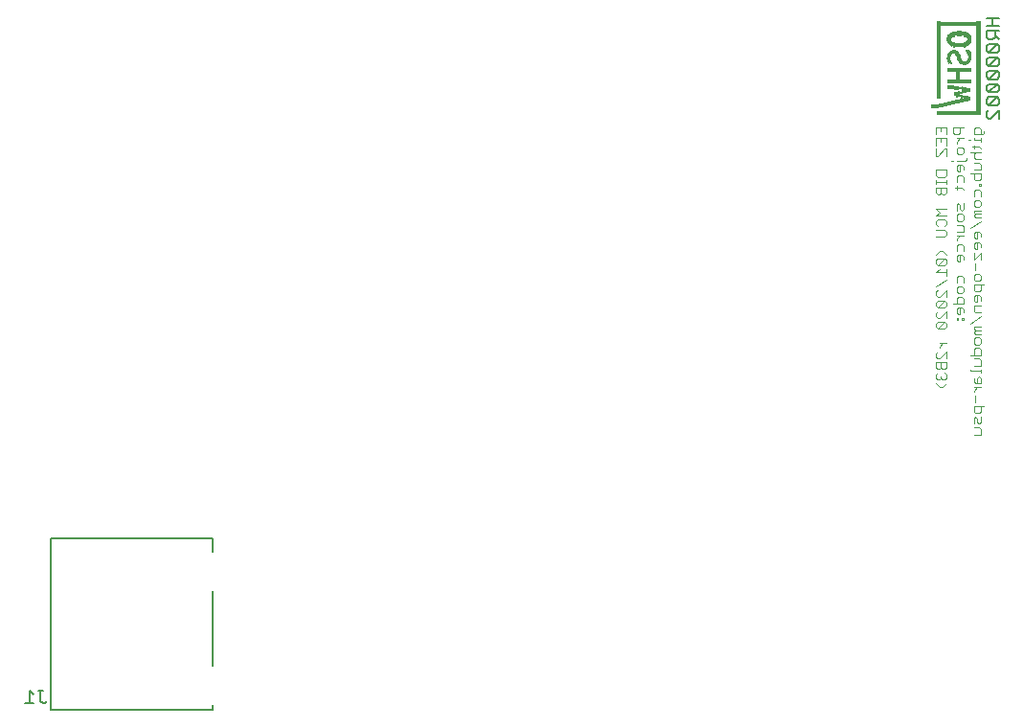
<source format=gbo>
G75*
%MOIN*%
%OFA0B0*%
%FSLAX25Y25*%
%IPPOS*%
%LPD*%
%AMOC8*
5,1,8,0,0,1.08239X$1,22.5*
%
%ADD10C,0.00400*%
%ADD11C,0.00500*%
%ADD12R,0.00300X0.32700*%
%ADD13R,0.00300X0.01500*%
%ADD14R,0.00300X0.02700*%
%ADD15R,0.00300X0.03000*%
%ADD16R,0.00300X0.03600*%
%ADD17R,0.00300X0.04200*%
%ADD18R,0.00300X0.04800*%
%ADD19R,0.00300X0.04500*%
%ADD20R,0.00300X0.02100*%
%ADD21R,0.00300X0.01800*%
%ADD22R,0.00300X0.01200*%
%ADD23R,0.00300X0.00600*%
%ADD24R,0.00300X0.00900*%
%ADD25R,0.00300X0.02400*%
%ADD26R,0.00300X0.03300*%
%ADD27R,0.00300X0.05400*%
%ADD28R,0.00300X0.03900*%
%ADD29R,0.00300X0.27000*%
%ADD30C,0.00600*%
D10*
X0577075Y0253695D02*
X0578276Y0252494D01*
X0579477Y0252494D01*
X0580678Y0253695D01*
X0580078Y0254976D02*
X0580678Y0255577D01*
X0580678Y0256778D01*
X0580078Y0257378D01*
X0580078Y0258659D02*
X0580678Y0259260D01*
X0580678Y0261061D01*
X0577075Y0261061D01*
X0577075Y0259260D01*
X0577676Y0258659D01*
X0578276Y0258659D01*
X0578877Y0259260D01*
X0578877Y0261061D01*
X0578276Y0262342D02*
X0577676Y0262342D01*
X0577075Y0262943D01*
X0577075Y0264144D01*
X0577676Y0264744D01*
X0578276Y0266012D02*
X0578276Y0266613D01*
X0579477Y0267814D01*
X0580678Y0267814D02*
X0578276Y0267814D01*
X0580678Y0264744D02*
X0578276Y0262342D01*
X0580678Y0262342D02*
X0580678Y0264744D01*
X0578877Y0259260D02*
X0579477Y0258659D01*
X0580078Y0258659D01*
X0577676Y0257378D02*
X0577075Y0256778D01*
X0577075Y0255577D01*
X0577676Y0254976D01*
X0578276Y0254976D01*
X0578877Y0255577D01*
X0579477Y0254976D01*
X0580078Y0254976D01*
X0578877Y0255577D02*
X0578877Y0256177D01*
X0589075Y0258005D02*
X0592678Y0258005D01*
X0592678Y0257405D02*
X0592678Y0258606D01*
X0592678Y0259887D02*
X0590276Y0259887D01*
X0589075Y0258606D02*
X0589075Y0258005D01*
X0590276Y0255550D02*
X0590276Y0254349D01*
X0590877Y0253748D01*
X0592678Y0253748D01*
X0592678Y0255550D01*
X0592078Y0256150D01*
X0591477Y0255550D01*
X0591477Y0253748D01*
X0591477Y0252467D02*
X0590276Y0251266D01*
X0590276Y0250666D01*
X0590877Y0249398D02*
X0590877Y0246996D01*
X0590276Y0245715D02*
X0590276Y0243913D01*
X0590877Y0243313D01*
X0592078Y0243313D01*
X0592678Y0243913D01*
X0592678Y0245715D01*
X0593879Y0245715D02*
X0590276Y0245715D01*
X0590877Y0242032D02*
X0590276Y0241431D01*
X0590276Y0239630D01*
X0590276Y0238349D02*
X0592078Y0238349D01*
X0592678Y0237748D01*
X0592678Y0235947D01*
X0590276Y0235947D01*
X0592078Y0239630D02*
X0591477Y0240230D01*
X0591477Y0241431D01*
X0590877Y0242032D01*
X0592678Y0242032D02*
X0592678Y0240230D01*
X0592078Y0239630D01*
X0592678Y0252467D02*
X0590276Y0252467D01*
X0592678Y0259887D02*
X0592678Y0261689D01*
X0592078Y0262289D01*
X0590276Y0262289D01*
X0590276Y0263570D02*
X0590276Y0265372D01*
X0590877Y0265972D01*
X0592078Y0265972D01*
X0592678Y0265372D01*
X0592678Y0263570D01*
X0589075Y0263570D01*
X0590877Y0267253D02*
X0590276Y0267854D01*
X0590276Y0269055D01*
X0590877Y0269655D01*
X0592078Y0269655D01*
X0592678Y0269055D01*
X0592678Y0267854D01*
X0592078Y0267253D01*
X0590877Y0267253D01*
X0590877Y0270936D02*
X0592678Y0270936D01*
X0592678Y0272137D02*
X0590877Y0272137D01*
X0590276Y0271537D01*
X0590877Y0270936D01*
X0590877Y0272137D02*
X0590276Y0272738D01*
X0590276Y0273338D01*
X0592678Y0273338D01*
X0592678Y0277022D02*
X0589075Y0274620D01*
X0586678Y0275807D02*
X0586678Y0276408D01*
X0586078Y0276408D01*
X0586078Y0275807D01*
X0586678Y0275807D01*
X0584877Y0275807D02*
X0584877Y0276408D01*
X0584276Y0276408D01*
X0584276Y0275807D01*
X0584877Y0275807D01*
X0584877Y0277689D02*
X0585477Y0277689D01*
X0585477Y0280091D01*
X0584877Y0280091D02*
X0584276Y0279490D01*
X0584276Y0278289D01*
X0584877Y0277689D01*
X0586678Y0278289D02*
X0586678Y0279490D01*
X0586078Y0280091D01*
X0584877Y0280091D01*
X0584276Y0281372D02*
X0584276Y0283174D01*
X0584877Y0283774D01*
X0586078Y0283774D01*
X0586678Y0283174D01*
X0586678Y0281372D01*
X0583075Y0281372D01*
X0580678Y0281946D02*
X0580078Y0282546D01*
X0577676Y0280144D01*
X0580078Y0280144D01*
X0580678Y0280745D01*
X0580678Y0281946D01*
X0580078Y0282546D02*
X0577676Y0282546D01*
X0577075Y0281946D01*
X0577075Y0280745D01*
X0577676Y0280144D01*
X0577676Y0278863D02*
X0577075Y0278263D01*
X0577075Y0277062D01*
X0577676Y0276461D01*
X0578276Y0276461D01*
X0580678Y0278863D01*
X0580678Y0276461D01*
X0580078Y0275180D02*
X0577676Y0272778D01*
X0580078Y0272778D01*
X0580678Y0273378D01*
X0580678Y0274580D01*
X0580078Y0275180D01*
X0577676Y0275180D01*
X0577075Y0274580D01*
X0577075Y0273378D01*
X0577676Y0272778D01*
X0590276Y0278903D02*
X0590276Y0280705D01*
X0592678Y0280705D01*
X0591477Y0281986D02*
X0591477Y0284388D01*
X0590877Y0284388D02*
X0592078Y0284388D01*
X0592678Y0283787D01*
X0592678Y0282586D01*
X0591477Y0281986D02*
X0590877Y0281986D01*
X0590276Y0282586D01*
X0590276Y0283787D01*
X0590877Y0284388D01*
X0590877Y0285669D02*
X0592078Y0285669D01*
X0592678Y0286269D01*
X0592678Y0288071D01*
X0593879Y0288071D02*
X0590276Y0288071D01*
X0590276Y0286269D01*
X0590877Y0285669D01*
X0590877Y0289352D02*
X0590276Y0289953D01*
X0590276Y0291154D01*
X0590877Y0291754D01*
X0592078Y0291754D01*
X0592678Y0291154D01*
X0592678Y0289953D01*
X0592078Y0289352D01*
X0590877Y0289352D01*
X0590877Y0293035D02*
X0590877Y0295437D01*
X0590276Y0296718D02*
X0592678Y0299120D01*
X0592678Y0296718D01*
X0590276Y0296718D02*
X0590276Y0299120D01*
X0590877Y0300402D02*
X0591477Y0300402D01*
X0591477Y0302804D01*
X0590877Y0302804D02*
X0592078Y0302804D01*
X0592678Y0302203D01*
X0592678Y0301002D01*
X0590877Y0300402D02*
X0590276Y0301002D01*
X0590276Y0302203D01*
X0590877Y0302804D01*
X0590877Y0304085D02*
X0591477Y0304085D01*
X0591477Y0306487D01*
X0590877Y0306487D02*
X0592078Y0306487D01*
X0592678Y0305886D01*
X0592678Y0304685D01*
X0590877Y0304085D02*
X0590276Y0304685D01*
X0590276Y0305886D01*
X0590877Y0306487D01*
X0589075Y0307768D02*
X0592678Y0310170D01*
X0592678Y0311451D02*
X0590877Y0311451D01*
X0590276Y0312052D01*
X0590877Y0312652D01*
X0592678Y0312652D01*
X0592678Y0313853D02*
X0590276Y0313853D01*
X0590276Y0313253D01*
X0590877Y0312652D01*
X0590877Y0315134D02*
X0590276Y0315735D01*
X0590276Y0316936D01*
X0590877Y0317536D01*
X0592078Y0317536D01*
X0592678Y0316936D01*
X0592678Y0315735D01*
X0592078Y0315134D01*
X0590877Y0315134D01*
X0590276Y0318817D02*
X0590276Y0320619D01*
X0590877Y0321219D01*
X0592078Y0321219D01*
X0592678Y0320619D01*
X0592678Y0318817D01*
X0592678Y0322460D02*
X0592678Y0323061D01*
X0592078Y0323061D01*
X0592078Y0322460D01*
X0592678Y0322460D01*
X0592078Y0324342D02*
X0590877Y0324342D01*
X0590276Y0324943D01*
X0590276Y0326744D01*
X0589075Y0326744D02*
X0592678Y0326744D01*
X0592678Y0324943D01*
X0592078Y0324342D01*
X0592678Y0328025D02*
X0590276Y0328025D01*
X0590276Y0330427D02*
X0592078Y0330427D01*
X0592678Y0329827D01*
X0592678Y0328025D01*
X0592678Y0331708D02*
X0590877Y0331708D01*
X0590276Y0332309D01*
X0590276Y0333510D01*
X0590877Y0334110D01*
X0590276Y0335365D02*
X0590276Y0336566D01*
X0589676Y0335965D02*
X0592078Y0335965D01*
X0592678Y0335365D01*
X0592678Y0334110D02*
X0589075Y0334110D01*
X0587879Y0332269D02*
X0587879Y0331668D01*
X0587279Y0331068D01*
X0584276Y0331068D01*
X0583075Y0331068D02*
X0582475Y0331068D01*
X0584276Y0329213D02*
X0584276Y0328012D01*
X0584877Y0327411D01*
X0585477Y0327411D01*
X0585477Y0329813D01*
X0584877Y0329813D02*
X0584276Y0329213D01*
X0584877Y0329813D02*
X0586078Y0329813D01*
X0586678Y0329213D01*
X0586678Y0328012D01*
X0586078Y0326130D02*
X0586678Y0325530D01*
X0586678Y0323728D01*
X0586078Y0321847D02*
X0586678Y0321246D01*
X0586078Y0321847D02*
X0583676Y0321847D01*
X0584276Y0322447D02*
X0584276Y0321246D01*
X0584276Y0323728D02*
X0584276Y0325530D01*
X0584877Y0326130D01*
X0586078Y0326130D01*
X0580678Y0326170D02*
X0580078Y0325570D01*
X0577676Y0325570D01*
X0577075Y0326170D01*
X0577075Y0327972D01*
X0580678Y0327972D01*
X0580678Y0326170D01*
X0580678Y0324289D02*
X0580678Y0323088D01*
X0580678Y0323688D02*
X0577075Y0323688D01*
X0577075Y0323088D02*
X0577075Y0324289D01*
X0577075Y0321833D02*
X0577075Y0320032D01*
X0577676Y0319431D01*
X0578276Y0319431D01*
X0578877Y0320032D01*
X0578877Y0321833D01*
X0578877Y0320032D02*
X0579477Y0319431D01*
X0580078Y0319431D01*
X0580678Y0320032D01*
X0580678Y0321833D01*
X0577075Y0321833D01*
X0584276Y0315708D02*
X0584276Y0313906D01*
X0585477Y0314507D02*
X0585477Y0315708D01*
X0584877Y0316308D01*
X0584276Y0315708D01*
X0585477Y0314507D02*
X0586078Y0313906D01*
X0586678Y0314507D01*
X0586678Y0316308D01*
X0586078Y0312625D02*
X0586678Y0312025D01*
X0586678Y0310824D01*
X0586078Y0310223D01*
X0584877Y0310223D01*
X0584276Y0310824D01*
X0584276Y0312025D01*
X0584877Y0312625D01*
X0586078Y0312625D01*
X0586078Y0308942D02*
X0584276Y0308942D01*
X0586078Y0308942D02*
X0586678Y0308342D01*
X0586678Y0306540D01*
X0584276Y0306540D01*
X0584276Y0305259D02*
X0586678Y0305259D01*
X0585477Y0305259D02*
X0584276Y0304058D01*
X0584276Y0303458D01*
X0584877Y0302190D02*
X0584276Y0301589D01*
X0584276Y0299788D01*
X0584877Y0298507D02*
X0584276Y0297906D01*
X0584276Y0296705D01*
X0584877Y0296105D01*
X0585477Y0296105D01*
X0585477Y0298507D01*
X0584877Y0298507D02*
X0586078Y0298507D01*
X0586678Y0297906D01*
X0586678Y0296705D01*
X0586678Y0299788D02*
X0586678Y0301589D01*
X0586078Y0302190D01*
X0584877Y0302190D01*
X0580678Y0305299D02*
X0580678Y0306500D01*
X0580078Y0307101D01*
X0577075Y0307101D01*
X0577676Y0308382D02*
X0577075Y0308982D01*
X0577075Y0310183D01*
X0577676Y0310784D01*
X0580078Y0310784D01*
X0580678Y0310183D01*
X0580678Y0308982D01*
X0580078Y0308382D01*
X0580678Y0305299D02*
X0580078Y0304699D01*
X0577075Y0304699D01*
X0578276Y0299734D02*
X0577075Y0298533D01*
X0577676Y0297279D02*
X0577075Y0296678D01*
X0577075Y0295477D01*
X0577676Y0294877D01*
X0580078Y0297279D01*
X0580678Y0296678D01*
X0580678Y0295477D01*
X0580078Y0294877D01*
X0577676Y0294877D01*
X0578276Y0293596D02*
X0577075Y0292395D01*
X0580678Y0292395D01*
X0580678Y0293596D02*
X0580678Y0291194D01*
X0580678Y0289913D02*
X0577075Y0287511D01*
X0577676Y0286229D02*
X0577075Y0285629D01*
X0577075Y0284428D01*
X0577676Y0283827D01*
X0578276Y0283827D01*
X0580678Y0286229D01*
X0580678Y0283827D01*
X0584276Y0285656D02*
X0584276Y0286857D01*
X0584877Y0287457D01*
X0586078Y0287457D01*
X0586678Y0286857D01*
X0586678Y0285656D01*
X0586078Y0285055D01*
X0584877Y0285055D01*
X0584276Y0285656D01*
X0584276Y0288738D02*
X0584276Y0290540D01*
X0584877Y0291140D01*
X0586078Y0291140D01*
X0586678Y0290540D01*
X0586678Y0288738D01*
X0580078Y0297279D02*
X0577676Y0297279D01*
X0578276Y0299734D02*
X0579477Y0299734D01*
X0580678Y0298533D01*
X0580678Y0312065D02*
X0577075Y0312065D01*
X0578276Y0313266D01*
X0577075Y0314467D01*
X0580678Y0314467D01*
X0580678Y0332936D02*
X0580678Y0335338D01*
X0580078Y0335338D01*
X0577676Y0332936D01*
X0577075Y0332936D01*
X0577075Y0335338D01*
X0577075Y0336619D02*
X0577075Y0339021D01*
X0580678Y0339021D01*
X0580678Y0336619D01*
X0578877Y0337820D02*
X0578877Y0339021D01*
X0580678Y0340302D02*
X0580678Y0342704D01*
X0577075Y0342704D01*
X0577075Y0340302D01*
X0578877Y0341503D02*
X0578877Y0342704D01*
X0583075Y0342704D02*
X0583075Y0340903D01*
X0583676Y0340302D01*
X0584877Y0340302D01*
X0585477Y0340903D01*
X0585477Y0342704D01*
X0586678Y0342704D02*
X0583075Y0342704D01*
X0584276Y0339021D02*
X0586678Y0339021D01*
X0585477Y0339021D02*
X0584276Y0337820D01*
X0584276Y0337220D01*
X0584877Y0335952D02*
X0584276Y0335351D01*
X0584276Y0334150D01*
X0584877Y0333550D01*
X0586078Y0333550D01*
X0586678Y0334150D01*
X0586678Y0335351D01*
X0586078Y0335952D01*
X0584877Y0335952D01*
X0588475Y0338421D02*
X0589075Y0338421D01*
X0590276Y0338421D02*
X0592678Y0338421D01*
X0592678Y0339021D02*
X0592678Y0337820D01*
X0590276Y0338421D02*
X0590276Y0339021D01*
X0590276Y0340302D02*
X0590276Y0342104D01*
X0590877Y0342704D01*
X0592078Y0342704D01*
X0592678Y0342104D01*
X0592678Y0340302D01*
X0593279Y0340302D02*
X0590276Y0340302D01*
X0593279Y0340302D02*
X0593879Y0340903D01*
X0593879Y0341503D01*
X0590276Y0278903D02*
X0590877Y0278303D01*
X0592678Y0278303D01*
D11*
X0263148Y0142394D02*
X0260146Y0142394D01*
X0261647Y0142394D02*
X0261647Y0146898D01*
X0263148Y0145397D01*
X0264750Y0146898D02*
X0266251Y0146898D01*
X0265500Y0146898D02*
X0265500Y0143145D01*
X0266251Y0142394D01*
X0267001Y0142394D01*
X0267752Y0143145D01*
X0269219Y0140075D02*
X0325321Y0140075D01*
X0325321Y0141846D01*
X0325321Y0155429D02*
X0325321Y0181610D01*
X0325321Y0195193D02*
X0325321Y0199917D01*
X0269219Y0199917D01*
X0269219Y0140075D01*
D12*
X0591378Y0363304D03*
X0591678Y0363304D03*
X0591978Y0363304D03*
X0592278Y0363304D03*
X0592578Y0363304D03*
D13*
X0589278Y0362704D03*
X0588978Y0362704D03*
X0588678Y0362704D03*
X0588378Y0362704D03*
X0588078Y0362704D03*
X0587778Y0362704D03*
X0587478Y0362704D03*
X0587178Y0362704D03*
X0586878Y0362704D03*
X0586578Y0362704D03*
X0586278Y0362704D03*
X0585978Y0362704D03*
X0585678Y0362704D03*
X0584178Y0362704D03*
X0583878Y0362704D03*
X0583578Y0362704D03*
X0583278Y0362704D03*
X0582978Y0362704D03*
X0582678Y0362704D03*
X0582378Y0362704D03*
X0582078Y0362704D03*
X0581778Y0362704D03*
X0581478Y0362704D03*
X0581478Y0358804D03*
X0581778Y0358804D03*
X0582078Y0358804D03*
X0582378Y0358804D03*
X0582678Y0358804D03*
X0582978Y0358804D03*
X0583278Y0358804D03*
X0583578Y0358804D03*
X0583878Y0358804D03*
X0584178Y0358804D03*
X0585678Y0358804D03*
X0585978Y0358804D03*
X0586278Y0358804D03*
X0586578Y0358804D03*
X0586878Y0358804D03*
X0587178Y0358804D03*
X0587478Y0358804D03*
X0587778Y0358804D03*
X0588078Y0358804D03*
X0588378Y0358804D03*
X0588678Y0358804D03*
X0588978Y0358804D03*
X0589278Y0358804D03*
X0588978Y0355804D03*
X0588678Y0355804D03*
X0588378Y0355804D03*
X0588078Y0355804D03*
X0588678Y0352804D03*
X0588978Y0352804D03*
X0584178Y0354304D03*
X0583878Y0354304D03*
X0583578Y0354304D03*
X0582678Y0351304D03*
X0582678Y0347704D03*
X0582378Y0347704D03*
X0582078Y0347704D03*
X0581778Y0347704D03*
X0581478Y0347704D03*
X0581178Y0347704D03*
X0580878Y0347704D03*
X0580578Y0347704D03*
X0580278Y0347704D03*
X0579978Y0347704D03*
X0579678Y0347704D03*
X0579378Y0347704D03*
X0579078Y0347704D03*
X0578778Y0347704D03*
X0578478Y0347704D03*
X0578178Y0347704D03*
X0577878Y0347704D03*
X0577578Y0347704D03*
X0576978Y0350104D03*
X0578478Y0350404D03*
X0582978Y0347704D03*
X0583278Y0347704D03*
X0583578Y0347704D03*
X0583878Y0347704D03*
X0584178Y0347704D03*
X0584478Y0347704D03*
X0584778Y0347704D03*
X0585078Y0347704D03*
X0585378Y0347704D03*
X0585678Y0347704D03*
X0585978Y0347704D03*
X0586278Y0347704D03*
X0586578Y0347704D03*
X0586878Y0347704D03*
X0587178Y0347704D03*
X0587478Y0347704D03*
X0587778Y0347704D03*
X0588078Y0347704D03*
X0588378Y0347704D03*
X0588678Y0347704D03*
X0588978Y0347704D03*
X0589278Y0347704D03*
X0589578Y0347704D03*
X0589878Y0347704D03*
X0590178Y0347704D03*
X0590478Y0347704D03*
X0590778Y0347704D03*
X0591078Y0347704D03*
X0587478Y0365104D03*
X0587178Y0365104D03*
X0586878Y0365104D03*
X0586578Y0365104D03*
X0586278Y0365404D03*
X0588078Y0365404D03*
X0583878Y0369004D03*
X0583578Y0369004D03*
X0583278Y0369004D03*
X0582978Y0369004D03*
X0583878Y0371404D03*
X0584178Y0371404D03*
X0584478Y0371404D03*
X0584778Y0371404D03*
X0585078Y0371404D03*
X0585378Y0371404D03*
X0585678Y0371404D03*
X0585978Y0371404D03*
X0586278Y0371404D03*
X0586578Y0371404D03*
X0586878Y0371404D03*
X0586878Y0375304D03*
X0586578Y0375304D03*
X0586278Y0375304D03*
X0584478Y0375304D03*
X0584178Y0375304D03*
X0583878Y0375304D03*
X0581178Y0373504D03*
X0582978Y0371704D03*
X0582978Y0378904D03*
X0582678Y0378904D03*
X0582378Y0378904D03*
X0582078Y0378904D03*
X0581778Y0378904D03*
X0581478Y0378904D03*
X0581178Y0378904D03*
X0580878Y0378904D03*
X0580578Y0378904D03*
X0580278Y0378904D03*
X0579978Y0378904D03*
X0579678Y0378904D03*
X0579378Y0378904D03*
X0579078Y0378904D03*
X0583278Y0378904D03*
X0583578Y0378904D03*
X0583878Y0378904D03*
X0584178Y0378904D03*
X0584478Y0378904D03*
X0584778Y0378904D03*
X0585078Y0378904D03*
X0585378Y0378904D03*
X0585678Y0378904D03*
X0585978Y0378904D03*
X0586278Y0378904D03*
X0586578Y0378904D03*
X0586878Y0378904D03*
X0587178Y0378904D03*
X0587478Y0378904D03*
X0587778Y0378904D03*
X0588078Y0378904D03*
X0588378Y0378904D03*
X0588678Y0378904D03*
X0588978Y0378904D03*
X0589278Y0378904D03*
X0589578Y0378904D03*
X0589878Y0378904D03*
X0590178Y0378904D03*
X0590478Y0378904D03*
X0590778Y0378904D03*
X0591078Y0378904D03*
D14*
X0589278Y0373504D03*
D15*
X0589278Y0367354D03*
X0581478Y0366754D03*
X0581478Y0373354D03*
D16*
X0581778Y0373354D03*
X0585078Y0367354D03*
X0585378Y0366754D03*
X0588978Y0373354D03*
D17*
X0588678Y0373354D03*
X0588978Y0367354D03*
X0582078Y0367054D03*
X0582078Y0373354D03*
D18*
X0582378Y0373354D03*
X0588678Y0367354D03*
D19*
X0588378Y0373504D03*
D20*
X0588078Y0372004D03*
X0588378Y0368704D03*
X0588378Y0365704D03*
X0585978Y0365704D03*
X0584478Y0368404D03*
X0586578Y0355804D03*
X0586878Y0355804D03*
X0587178Y0355804D03*
X0585378Y0354304D03*
X0585078Y0354304D03*
X0587178Y0352804D03*
X0587478Y0352804D03*
D21*
X0587778Y0352654D03*
X0588078Y0352654D03*
X0588378Y0352654D03*
X0587778Y0355654D03*
X0587478Y0355654D03*
X0584778Y0354154D03*
X0584478Y0354154D03*
X0582378Y0368554D03*
X0584178Y0368854D03*
X0583578Y0371554D03*
X0583278Y0371554D03*
X0582678Y0371854D03*
X0582678Y0374854D03*
X0582978Y0375154D03*
X0583278Y0375154D03*
X0583578Y0375154D03*
X0584778Y0375454D03*
X0585078Y0375454D03*
X0585378Y0375454D03*
X0585678Y0375454D03*
X0585978Y0375454D03*
X0587178Y0375154D03*
X0587478Y0375154D03*
X0587778Y0375154D03*
X0588078Y0374854D03*
X0587778Y0371854D03*
X0587478Y0371554D03*
X0587178Y0371554D03*
D22*
X0588078Y0369154D03*
X0587778Y0365254D03*
X0582378Y0365554D03*
X0582678Y0368854D03*
X0582678Y0356854D03*
X0582378Y0356854D03*
X0582078Y0356854D03*
X0581778Y0356854D03*
X0581478Y0356854D03*
X0582978Y0356854D03*
X0583278Y0356854D03*
X0583878Y0356554D03*
X0584178Y0356554D03*
X0584478Y0356554D03*
X0584778Y0356554D03*
X0585078Y0356554D03*
X0585978Y0353554D03*
X0586278Y0353554D03*
X0586278Y0352054D03*
X0585978Y0352054D03*
X0585678Y0352054D03*
X0585378Y0351754D03*
X0585078Y0351754D03*
X0584778Y0351754D03*
X0584478Y0351754D03*
X0584178Y0351754D03*
X0583878Y0351454D03*
X0583578Y0351454D03*
X0583278Y0351454D03*
X0582978Y0351454D03*
X0582378Y0351154D03*
X0582078Y0351154D03*
X0581778Y0351154D03*
X0581478Y0351154D03*
X0581178Y0350854D03*
X0580878Y0350854D03*
X0580578Y0350854D03*
X0580278Y0350854D03*
X0579978Y0350854D03*
X0579678Y0350554D03*
X0579378Y0350554D03*
X0579078Y0350554D03*
X0578778Y0350554D03*
X0578178Y0350254D03*
X0577878Y0350254D03*
X0577578Y0350254D03*
X0577278Y0350254D03*
X0576678Y0349954D03*
X0576378Y0349954D03*
X0576078Y0349954D03*
X0575778Y0349954D03*
X0586578Y0352054D03*
X0586878Y0352054D03*
D23*
X0582678Y0365254D03*
X0587778Y0369454D03*
D24*
X0581178Y0366904D03*
X0583578Y0356704D03*
X0585378Y0356404D03*
X0585678Y0356404D03*
X0585978Y0356404D03*
X0585978Y0354904D03*
X0585678Y0354904D03*
X0585678Y0353704D03*
X0586578Y0353404D03*
X0586878Y0353404D03*
D25*
X0586278Y0355654D03*
D26*
X0585678Y0366304D03*
X0584778Y0367804D03*
D27*
X0584778Y0360754D03*
X0584478Y0360754D03*
X0585078Y0360754D03*
X0585378Y0360754D03*
D28*
X0581778Y0366904D03*
D29*
X0578778Y0366154D03*
X0578478Y0366154D03*
X0578178Y0366154D03*
X0577878Y0366154D03*
X0577578Y0366154D03*
D30*
X0594675Y0366392D02*
X0594675Y0364924D01*
X0595409Y0364190D01*
X0598345Y0367126D01*
X0599078Y0366392D01*
X0599078Y0364924D01*
X0598345Y0364190D01*
X0595409Y0364190D01*
X0595409Y0362522D02*
X0594675Y0361788D01*
X0594675Y0360320D01*
X0595409Y0359586D01*
X0598345Y0362522D01*
X0599078Y0361788D01*
X0599078Y0360320D01*
X0598345Y0359586D01*
X0595409Y0359586D01*
X0595409Y0357918D02*
X0594675Y0357184D01*
X0594675Y0355716D01*
X0595409Y0354982D01*
X0598345Y0357918D01*
X0599078Y0357184D01*
X0599078Y0355716D01*
X0598345Y0354982D01*
X0595409Y0354982D01*
X0595409Y0353314D02*
X0594675Y0352580D01*
X0594675Y0351112D01*
X0595409Y0350378D01*
X0598345Y0353314D01*
X0599078Y0352580D01*
X0599078Y0351112D01*
X0598345Y0350378D01*
X0595409Y0350378D01*
X0595409Y0348710D02*
X0594675Y0347976D01*
X0594675Y0346508D01*
X0595409Y0345774D01*
X0596143Y0345774D01*
X0599078Y0348710D01*
X0599078Y0345774D01*
X0598345Y0353314D02*
X0595409Y0353314D01*
X0595409Y0357918D02*
X0598345Y0357918D01*
X0598345Y0362522D02*
X0595409Y0362522D01*
X0594675Y0366392D02*
X0595409Y0367126D01*
X0598345Y0367126D01*
X0598345Y0368794D02*
X0599078Y0369528D01*
X0599078Y0370996D01*
X0598345Y0371730D01*
X0595409Y0368794D01*
X0598345Y0368794D01*
X0598345Y0371730D02*
X0595409Y0371730D01*
X0594675Y0370996D01*
X0594675Y0369528D01*
X0595409Y0368794D01*
X0595409Y0373398D02*
X0596877Y0373398D01*
X0597611Y0374132D01*
X0597611Y0376334D01*
X0599078Y0376334D02*
X0594675Y0376334D01*
X0594675Y0374132D01*
X0595409Y0373398D01*
X0597611Y0374866D02*
X0599078Y0373398D01*
X0599078Y0378002D02*
X0594675Y0378002D01*
X0596877Y0378002D02*
X0596877Y0380938D01*
X0599078Y0380938D02*
X0594675Y0380938D01*
M02*

</source>
